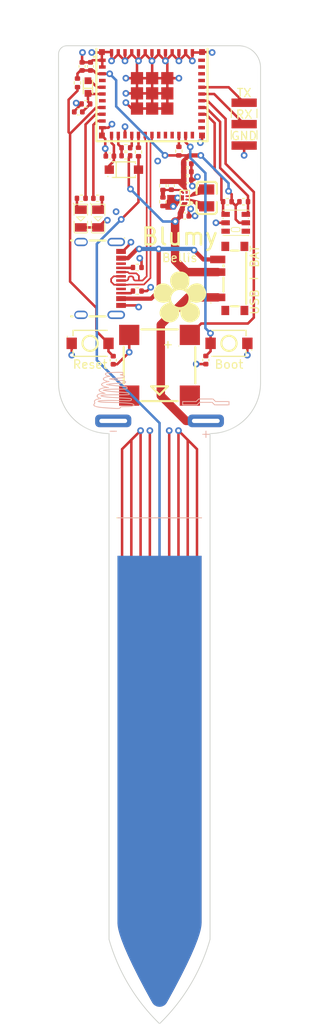
<source format=kicad_pcb>
(kicad_pcb (version 20240108) (generator "pcbnew") (generator_version "8.0")
  (layers (0 "F.Cu" signal) (1 "In1.Cu" signal) (2 "In2.Cu" signal) (31 "B.Cu" signal) (34 "B.Paste" user) (35 "F.Paste" user) (36 "B.SilkS" user "B.Silkscreen") (37 "F.SilkS" user "F.Silkscreen") (38 "B.Mask" user) (39 "F.Mask" user) (44 "Edge.Cuts" user))
  (net 0 "")
  (net 1 "+3V3")
  (net 2 "GND")
  (net 22 "Net-(D1-A)")
  (net 23 "Net-(D3-+)")
  (net 24 "Net-(REF1-L2)")
  (net 25 "Buzzer")
  (net 26 "ADC_Moisture")
  (net 27 "Moisture_SensorCapV")
  (net 28 "PWR_VIN")
  (net 29 "ADC_Light_Sensor")
  (net 30 "Net-(REF1-L1)")
  (net 31 "IO9")
  (net 32 "RX")
  (net 33 "TX")
  (net 34 "TH_SCL")
  (net 35 "ADC_Voltage_Measurement")
  (net 36 "IO8")
  (net 37 "Voltage_Measurement_Select")
  (net 38 "PWR_USB_VIN")
  (net 39 "Moisture_Square_Wave_Signal")
  (net 40 "EN")
  (net 41 "TH_SDA")
  (net 42 "PWR_USB_CC1")
  (net 43 "PWR_USB_CC2")
  (net 44 "LED_Green")
  (net 45 "LED_Red")
  (net 46 "PWR_FB")
  (net 47 "USB_D+")
  (net 48 "USB_D-")
  (net 49 "Light_Sensor_In")
  (net 50 "PWR_BAT_VIN")
  (footprint "Resistor_SMD:R_0402_1005Metric" (layer "F.Cu") (at 178.109999 146.299997)
    (property "Reference" "R10" (hide yes))
    (property "Value" "5k1")
  )
  (footprint "CustomFootprints:MouseBites5mm" (layer "F.Cu") (at 182.149999 163.499997 180)
    (property "Reference" "U11" (hide yes))
    (property "Value" "~")
  )
  (footprint "Resistor_SMD:R_0402_1005Metric" (layer "F.Cu") (at 166.049999 139.899997)
    (property "Reference" "R6" (hide yes))
    (property "Value" "2k")
  )
  (footprint "Resistor_SMD:R_0402_1005Metric" (layer "F.Cu") (at 170.449999 144.399997 -90)
    (property "Reference" "R1" (hide yes))
    (property "Value" "287k")
  )
  (footprint "CustomFootprints:DSBGA-8_L1.8-W1.1-R2-C4-P0.40-BR" (layer "F.Cu") (at 173.049999 145.849997)
    (property "Reference" "REF1" (hide yes))
    (property "Value" "TPS63036YFGR")
  )
  (footprint "CustomFootprints:SW-SMD_L3.9-W3.0-P4.45" (layer "F.Cu") (at 178.299998 163.099994 180)
    (property "Reference" "U7" (hide yes))
    (property "Value" "Tactile-Switch")
  )
  (footprint "Resistor_SMD:R_0402_1005Metric" (layer "F.Cu") (at 162.699999 145.899997)
    (property "Reference" "R13" (hide yes))
    (property "Value" "120")
  )
  (footprint "Capacitor_SMD:C_0402_1005Metric" (layer "F.Cu") (at 160.849999 130.249994 90)
    (property "Reference" "C9" (hide yes))
    (property "Value" "10uF")
  )
  (footprint "CustomFootprints:Flower" (layer "F.Cu") (at 172.449999 157.549997)
    (property "Reference" "Flower1" (hide yes))
    (property "Value" "Flower" (hide yes))
  )
  (footprint "CustomFootprints:MouseBites5mm" (layer "F.Cu") (at 182.149999 135.299997 180)
    (property "Reference" "U10" (hide yes))
    (property "Value" "~")
  )
  (footprint "Resistor_SMD:R_0402_1005Metric" (layer "F.Cu") (at 167.399998 154.099994 180)
    (property "Reference" "R11" (hide yes))
    (property "Value" "5k1")
  )
  (footprint "CustomFootprints:BUZ-SMD_4P-L8.5-W8.5-P8.50-BR" (layer "F.Cu") (at 170.049999 165.699994 180)
    (property "Reference" "BZ1" (hide yes))
    (property "Value" "Buzzer")
  )
  (footprint "Capacitor_SMD:C_0402_1005Metric" (layer "F.Cu") (at 164.149999 140.889994)
    (property "Reference" "C3" (hide yes))
    (property "Value" "10nF")
  )
  (footprint "Capacitor_SMD:C_0402_1005Metric" (layer "F.Cu") (at 173.349999 143.699997)
    (property "Reference" "C6" (hide yes))
    (property "Value" "10uF")
  )
  (footprint "Capacitor_SMD:C_0402_1005Metric" (layer "F.Cu") (at 173.349999 142.749997)
    (property "Reference" "C10" (hide yes))
    (property "Value" "10uF")
  )
  (footprint "MountingHole:MountingHole_3.2mm_M3" (layer "F.Cu") (at 179.449999 130.399997)
    (property "Reference" "H1" (hide yes))
    (property "Value" "MountingHole")
  )
  (footprint "Capacitor_SMD:C_0402_1005Metric" (layer "F.Cu") (at 160.399999 135.649997 180)
    (property "Reference" "C7" (hide yes))
    (property "Value" "10uF")
  )
  (footprint "CustomFootprints:SENSOR-SMD-6_AHT20" (layer "F.Cu") (at 179.099999 148.799997 180)
    (property "Reference" "U3" (hide yes))
    (property "Value" "AHT20")
  )
  (footprint "CustomFootprints:USB-C-SMD_G-SWITCH_GT-USB-7010EN" (layer "F.Cu") (at 163.099998 155.399994 -90)
    (property "Reference" "U1" (hide yes))
    (property "Value" "USB-C")
  )
  (footprint "CustomFootprints:SENSORS-SMD_ALS-PT19" (layer "F.Cu") (at 161.549999 132.699994 -90)
    (property "Reference" "U6" (hide yes))
    (property "Value" "Light sensor")
  )
  (footprint "CustomFootprints:MouseBites5mm" (layer "F.Cu") (at 157.949999 163.499997)
    (property "Reference" "U12" (hide yes))
    (property "Value" "~")
  )
  (footprint "Resistor_SMD:R_0402_1005Metric" (layer "F.Cu") (at 160.749999 145.899997 180)
    (property "Reference" "R14" (hide yes))
    (property "Value" "120")
  )
  (footprint "CustomFootprints:LED0805-R-RD" (layer "F.Cu") (at 160.699999 148.299997 90)
    (property "Reference" "D3" (hide yes))
    (property "Value" "RED")
  )
  (footprint "CustomFootprints:WIFIM-SMD_61P-L16.6-W13.2-P0.80-ESP32-C6-MINI-1-N4" (layer "F.Cu") (at 169.149974 133.499918)
    (property "Reference" "U13" (hide yes))
    (property "Value" "ESP32-C6-MINI-1-N4")
  )
  (footprint "Resistor_SMD:R_0402_1005Metric" (layer "F.Cu") (at 170.451151 146.299997 -90)
    (property "Reference" "R15" (hide yes))
    (property "Value" "51.1k")
  )
  (footprint "MountingHole:MountingHole_3.2mm_M3" (layer "F.Cu") (at 179.449999 168.499994)
    (property "Reference" "H3" (hide yes))
    (property "Value" "MountingHole")
  )
  (footprint "CustomFootprints:MouseBites5mm" (layer "F.Cu") (at 157.949999 135.299994)
    (property "Reference" "U2" (hide yes))
    (property "Value" "~")
  )
  (footprint "CustomFootprints:SW-SMD_L3.9-W3.0-P4.45" (layer "F.Cu") (at 161.799998 163.099994)
    (property "Reference" "U4" (hide yes))
    (property "Value" "Tactile-Switch")
  )
  (footprint "Capacitor_SMD:C_0402_1005Metric" (layer "F.Cu") (at 173.049999 147.999972)
    (property "Reference" "C1" (hide yes))
    (property "Value" "10uF")
  )
  (footprint "CustomFootprints:SW-SMD_MK-12C02-G025" (layer "F.Cu") (at 178.549999 155.399997 90)
    (property "Reference" "U8" (hide yes))
    (property "Value" "Slide-Switch")
  )
  (footprint "Capacitor_SMD:C_0402_1005Metric" (layer "F.Cu") (at 173.349999 141.799997)
    (property "Reference" "C12" (hide yes))
    (property "Value" "10uF")
  )
  (footprint "CustomFootprints:L0806" (layer "F.Cu") (at 175.649999 145.849997 -90)
    (property "Reference" "L1" (hide yes))
    (property "Value" "1.5uH")
  )
  (footprint "Resistor_SMD:R_0402_1005Metric" (layer "F.Cu") (at 166.049999 140.849997 180)
    (property "Reference" "R4" (hide yes))
    (property "Value" "5k1")
  )
  (footprint "MountingHole:MountingHole_3.2mm_M3" (layer "F.Cu") (at 160.649999 168.499994)
    (property "Reference" "H2" (hide yes))
    (property "Value" "MountingHole")
  )
  (footprint "Resistor_SMD:R_0402_1005Metric" (layer "F.Cu") (at 161.299999 134.699997 180)
    (property "Reference" "R3" (hide yes))
    (property "Value" "100k")
  )
  (footprint "CustomFootprints:LED0805-R-RD" (layer "F.Cu") (at 162.749999 148.299997 90)
    (property "Reference" "D1" (hide yes))
    (property "Value" "GREEN")
  )
  (footprint "Resistor_SMD:R_0402_1005Metric" (layer "F.Cu") (at 160.299998 132.199994 -90)
    (property "Reference" "R9" (hide yes))
    (property "Value" "10k")
  )
  (footprint "Capacitor_SMD:C_0402_1005Metric" (layer "F.Cu") (at 161.849999 130.249994 90)
    (property "Reference" "C8" (hide yes))
    (property "Value" "10nF")
  )
  (footprint "Resistor_SMD:R_0402_1005Metric" (layer "F.Cu") (at 167.399998 156.899994 180)
    (property "Reference" "R12" (hide yes))
    (property "Value" "5k1")
  )
  (footprint "Resistor_SMD:R_0402_1005Metric" (layer "F.Cu") (at 172.349999 140.299997 -90)
    (property "Reference" "R5" (hide yes))
    (property "Value" "10k")
  )
  (footprint "Capacitor_SMD:C_0402_1005Metric" (layer "F.Cu") (at 171.449999 144.399997 -90)
    (property "Reference" "C2" (hide yes))
    (property "Value" "10pF")
  )
  (footprint "Resistor_SMD:R_0402_1005Metric" (layer "F.Cu") (at 167.549999 140.399994 90)
    (property "Reference" "R8" (hide yes))
    (property "Value" "10k")
  )
  (footprint "Resistor_SMD:R_0402_1005Metric" (layer "F.Cu") (at 180.049999 146.299997 180)
    (property "Reference" "R2" (hide yes))
    (property "Value" "5k1")
  )
  (footprint "Capacitor_SMD:C_0402_1005Metric" (layer "F.Cu") (at 164.549999 165.099997 -90)
    (property "Reference" "C11" (hide yes))
    (property "Value" "100nF-Ceramic")
  )
  (footprint "CustomFootprints:PinHeader_1x03_P2.54mm_Vertical_SMD" (layer "F.Cu") (at 180.099999 137.099997)
    (property "Reference" "J1" (hide yes))
    (property "Value" "Conn_01x03")
  )
  (footprint "Capacitor_SMD:C_0402_1005Metric" (layer "F.Cu") (at 175.549999 165.079997 -90)
    (property "Reference" "C5" (hide yes))
    (property "Value" "100nF-Ceramic")
  )
  (footprint "CustomFootprints:SOD-123F_L2.7-W1.6-LS3.8-RD" (layer "F.Cu") (at 165.815049 142.499997)
    (property "Reference" "D2" (hide yes))
    (property "Value" "Switching-Diode")
  )
  (footprint "CustomFootprints:Sensor-Tip" (layer "B.Cu") (at 170.049999 188.799997 180)
    (property "Reference" "C4" (hide yes))
    (property "Value" "7pF-27pF, A=2.75cm^2")
    (fp_line (start 6 15) (end 6 -45) (stroke (width 0.1)) (layer "Edge.Cuts"))
    (fp_line (start -6 -45) (end -6 15) (stroke (width 0.1)) (layer "Edge.Cuts"))
    (fp_arc (start 0 -55) (mid 3.658262 -50.394957) (end 6 -45) (stroke (width 0.1)) (layer "Edge.Cuts"))
    (fp_arc (start -6 -45) (mid -3.658262 -50.394957) (end 0 -55) (stroke (width 0.1)) (layer "Edge.Cuts"))
  )
  (footprint "CustomFootprints:AAA Battery-spring" (layer "B.Cu") (at 170.049999 172.299997 180)
    (property "Reference" "U9" (hide yes))
    (property "Value" "Battery-Spring")
  )
  (gr_line (start 158.049999 167.799997) (end 158.049999 128.799997) (stroke (width 0.1)) (layer "Edge.Cuts"))
  (gr_line (start 182.049999 130.399997) (end 182.049999 167.799997) (stroke (width 0.1)) (layer "Edge.Cuts"))
  (gr_arc (start 182.049999 167.799997) (mid 180.29264 172.042638) (end 176.049999 173.799997) (stroke (width 0.1)) (layer "Edge.Cuts"))
  (gr_line (start 159.049999 127.799997) (end 179.449999 127.799997) (stroke (width 0.1)) (layer "Edge.Cuts"))
  (gr_arc (start 158.049999 128.799997) (mid 158.342892 128.09289) (end 159.049999 127.799997) (stroke (width 0.1)) (layer "Edge.Cuts"))
  (gr_arc (start 164.049999 173.799997) (mid 159.807358 172.042638) (end 158.049999 167.799997) (stroke (width 0.1)) (layer "Edge.Cuts"))
  (gr_arc (start 179.449999 127.799997) (mid 181.288477 128.561519) (end 182.049999 130.399997) (stroke (width 0.1)) (layer "Edge.Cuts"))
  (gr_text "Reset" (at 161.799998 165.599994 0) (layer "F.SilkS") (effects (font (size 1 1))))
  (gr_text "Bellis" (at 172.449999 152.949997 0) (layer "F.SilkS") (effects (font (size 1 1))))
  (gr_text "TX" (at 180.099999 133.409997 0) (layer "F.SilkS") (effects (font (size 1 1))))
  (gr_text "GND" (at 180.099999 138.509997 0) (layer "F.SilkS") (effects (font (size 1 1))))
  (gr_text "RX" (at 180.099999 135.959997 0) (layer "F.SilkS") (effects (font (size 1 1))))
  (gr_text "Boot" (at 178.299998 165.599994 0) (layer "F.SilkS") (effects (font (size 1 1))))
  (gr_text "Blumy" (at 172.449999 150.449997 0) (layer "F.SilkS") (effects (font (size 2 2) (thickness 0.3) (bold yes))))
  (gr_text "USB 〡 BAT" (at 181.349999 155.599997 90) (layer "F.SilkS") (effects (font (size 1 1))))
  (segment (start 179.539999 146.339997) (end 179.099999 146.779997) (width 0.3) (layer "F.Cu") (net 1))
  (segment (start 173.849999 140.809994) (end 172.299996 140.809994) (width 0.3) (layer "F.Cu") (net 1))
  (segment (start 162.570037 131.125013) (end 163.249898 131.125013) (width 0.3) (layer "F.Cu") (net 1))
  (segment (start 173.550003 140.809994) (end 172.869999 141.489998) (width 0.5) (layer "F.Cu") (net 1))
  (segment (start 161.849999 130.729994) (end 162.175018 130.729994) (width 0.3) (layer "F.Cu") (net 1))
  (segment (start 178.619999 145.419997) (end 178.619999 146.299997) (width 0.3) (layer "F.Cu") (net 1))
  (segment (start 179.499897 148.799997) (end 179.099999 148.400099) (width 0.3) (layer "F.Cu") (net 1))
  (segment (start 160.669998 130.729994) (end 160.849999 130.729994) (width 0.3) (layer "F.Cu") (net 1))
  (segment (start 170.699999 140.799997) (end 170.709999 140.809997) (width 0.3) (layer "F.Cu") (net 1))
  (segment (start 173.849999 140.809994) (end 173.550003 140.809994) (width 0.5) (layer "F.Cu") (net 1))
  (segment (start 170.709999 140.809997) (end 172.349999 140.809997) (width 0.3) (layer "F.Cu") (net 1))
  (segment (start 179.099999 146.779997) (end 178.619999 146.299997) (width 0.3) (layer "F.Cu") (net 1))
  (segment (start 160.299998 131.689994) (end 160.299998 131.099994) (width 0.3) (layer "F.Cu") (net 1))
  (segment (start 179.099999 148.400099) (end 179.099999 146.779997) (width 0.3) (layer "F.Cu") (net 1))
  (segment (start 162.175018 130.729994) (end 162.570037 131.125013) (width 0.3) (layer "F.Cu") (net 1))
  (segment (start 164.125017 131.125013) (end 163.249898 131.125013) (width 0.3) (layer "F.Cu") (net 1))
  (segment (start 180.299897 148.799997) (end 179.499897 148.799997) (width 0.3) (layer "F.Cu") (net 1))
  (segment (start 172.869999 141.489998) (end 172.869999 141.799997) (width 0.5) (layer "F.Cu") (net 1))
  (segment (start 179.539999 146.299997) (end 179.539999 146.339997) (width 0.3) (layer "F.Cu") (net 1))
  (segment (start 174.949999 140.809994) (end 173.849999 140.809994) (width 0.5) (layer "F.Cu") (net 1))
  (segment (start 160.849999 130.729994) (end 161.849999 130.729994) (width 0.3) (layer "F.Cu") (net 1))
  (segment (start 178.249999 145.049997) (end 178.619999 145.419997) (width 0.3) (layer "F.Cu") (net 1))
  (segment (start 160.299998 131.099994) (end 160.669998 130.729994) (width 0.3) (layer "F.Cu") (net 1))
  (via (at 170.699999 140.799997) (size 0.8) (drill 0.4) (layers "F.Cu" "B.Cu") (net 1))
  (via (at 178.249999 145.049997) (size 0.8) (drill 0.4) (layers "F.Cu" "B.Cu") (net 1))
  (via (at 164.125017 131.125013) (size 0.8) (drill 0.4) (layers "F.Cu" "B.Cu") (net 1))
  (via (at 174.949999 140.809994) (size 0.8) (drill 0.4) (layers "F.Cu" "B.Cu") (net 1))
  (segment (start 170.699999 140.799997) (end 164.899999 134.999997) (width 0.3) (layer "B.Cu") (net 1))
  (segment (start 164.899999 131.899995) (end 164.125017 131.125013) (width 0.3) (layer "B.Cu") (net 1))
  (segment (start 164.899999 134.999997) (end 164.899999 131.899995) (width 0.3) (layer "B.Cu") (net 1))
  (segment (start 178.249999 144.109994) (end 174.949999 140.809994) (width 0.3) (layer "B.Cu") (net 1))
  (segment (start 178.249999 145.049997) (end 178.249999 144.109994) (width 0.3) (layer "B.Cu") (net 1))
  (segment (start 173.949999 144.449997) (end 173.829999 144.329997) (width 0.3) (layer "F.Cu") (net 2))
  (segment (start 169.150076 128.599994) (end 169.150076 129.599994) (width 0.3) (layer "F.Cu") (net 2))
  (segment (start 174.549999 143.349997) (end 174.199999 143.699997) (width 0.3) (layer "F.Cu") (net 2))
  (segment (start 173.399998 174.549997) (end 174.499998 175.649997) (width 0.3) (layer "F.Cu") (net 2))
  (segment (start 168.899998 173.449997) (end 168.899998 188.799997) (width 0.3) (layer "F.Cu") (net 2))
  (segment (start 165.150076 128.599994) (end 165.150076 128.800147) (width 0.3) (layer "F.Cu") (net 2))
  (segment (start 163.19986 128.549956) (end 164.299936 128.549956) (width 0.3) (layer "F.Cu") (net 2))
  (segment (start 164.349974 128.599994) (end 164.349974 129.599994) (width 0.3) (layer "F.Cu") (net 2))
  (segment (start 173.150076 128.599994) (end 173.150076 128.800147) (width 0.3) (layer "F.Cu") (net 2))
  (segment (start 174.199999 143.699997) (end 173.829999 143.699997) (width 0.3) (layer "F.Cu") (net 2))
  (segment (start 173.529999 147.999972) (end 174.252273 147.999972) (width 0.3) (layer "F.Cu") (net 2))
  (segment (start 176.24996 128.549956) (end 176.299998 128.599994) (width 0.3) (layer "F.Cu") (net 2))
  (segment (start 168.999999 156.449997) (end 168.550002 156.899994) (width 0.3) (layer "F.Cu") (net 2))
  (segment (start 168.349974 128.799892) (end 169.150076 129.599994) (width 0.3) (layer "F.Cu") (net 2))
  (segment (start 164.399999 137.099997) (end 163.974932 137.525064) (width 0.3) (layer "F.Cu") (net 2))
  (segment (start 167.570212 158.795134) (end 167.37497 158.599892) (width 0.3) (layer "F.Cu") (net 2))
  (segment (start 169.174968 135.249727) (end 167.374866 135.249727) (width 0.3) (layer "F.Cu") (net 2))
  (segment (start 168.349974 128.799892) (end 167.549872 129.599994) (width 0.3) (layer "F.Cu") (net 2))
  (segment (start 160.699999 149.350289) (end 162.749999 149.350289) (width 0.3) (layer "F.Cu") (net 2))
  (segment (start 162.095183 129.52481) (end 161.849999 129.769994) (width 0.3) (layer "F.Cu") (net 2))
  (segment (start 166.750025 128.599994) (end 166.750025 128.800147) (width 0.3) (layer "F.Cu") (net 2))
  (segment (start 163.249898 137.525064) (end 163.249898 138.399842) (width 0.3) (layer "F.Cu") (net 2))
  (segment (start 166.750343 135.249727) (end 167.374866 135.249727) (width 0.3) (layer "F.Cu") (net 2))
  (segment (start 163.669999 140.069995) (end 163.599998 139.999994) (width 0.3) (layer "F.Cu") (net 2))
  (segment (start 163.600291 148.499997) (end 162.749999 149.350289) (width 0.3) (layer "F.Cu") (net 2))
  (segment (start 160.789999 134.699997) (end 159.919999 135.569997) (width 0.3) (layer "F.Cu") (net 2))
  (segment (start 165.150076 128.800147) (end 165.949923 129.599994) (width 0.3) (layer "F.Cu") (net 2))
  (segment (start 163.149822 128.599994) (end 163.19986 128.549956) (width 0.3) (layer "F.Cu") (net 2))
  (segment (start 170.974815 131.649778) (end 170.974815 129.824784) (width 0.3) (layer "F.Cu") (net 2))
  (segment (start 166.402513 151.473456) (end 165.675873 152.200096) (width 0.3) (layer "F.Cu") (net 2))
  (segment (start 171.549872 128.599994) (end 171.549872 128.800147) (width 0.3) (layer "F.Cu") (net 2))
  (segment (start 165.675873 152.200096) (end 165.47757 152.200096) (width 0.3) (layer "F.Cu") (net 2))
  (segment (start 173.829999 144.329997) (end 173.829999 141.799997) (width 0.3) (layer "F.Cu") (net 2))
  (segment (start 167.374866 131.649778) (end 167.374866 129.775) (width 0.3) (layer "F.Cu") (net 2))
  (segment (start 168.550002 156.899994) (end 167.909998 156.899994) (width 0.3) (layer "F.Cu") (net 2))
  (segment (start 175.05 128.599994) (end 175.100038 128.549956) (width 0.3) (layer "F.Cu") (net 2))
  (segment (start 163.249898 129.52481) (end 162.095183 129.52481) (width 0.3) (layer "F.Cu") (net 2))
  (segment (start 163.19986 128.549956) (end 163.19986 129.474772) (width 0.3) (layer "F.Cu") (net 2))
  (segment (start 159.422413 162.907321) (end 159.615086 163.099994) (width 0.3) (layer "F.Cu") (net 2))
  (segment (start 165.949923 137.399921) (end 165.949923 138.399842) (width 0.3) (layer "F.Cu") (net 2))
  (segment (start 171.199998 173.449997) (end 171.199998 188.799997) (width 0.3) (layer "F.Cu") (net 2))
  (segment (start 172.349974 128.599994) (end 172.349974 129.599994) (width 0.3) (layer "F.Cu") (net 2))
  (segment (start 167.799998 173.449997) (end 167.799998 188.799997) (width 0.3) (layer "F.Cu") (net 2))
  (segment (start 167.374866 131.649778) (end 169.174968 131.649778) (width 0.3) (layer "F.Cu") (net 2))
  (segment (start 173.399998 174.549997) (end 173.399998 188.799997) (width 0.3) (layer "F.Cu") (net 2))
  (segment (start 166.450177 164.149815) (end 166.450177 162.100045) (width 0.3) (layer "F.Cu") (net 2))
  (segment (start 160.789999 134.699997) (end 160.249999 134.699997) (width 0.3) (layer "F.Cu") (net 2))
  (segment (start 171.549872 128.599994) (end 171.549872 128.799892) (width 0.3) (layer "F.Cu") (net 2))
  (segment (start 166.402513 151.350217) (end 166.402513 151.473456) (width 0.3) (layer "F.Cu") (net 2))
  (segment (start 170.974815 133.44988) (end 170.974815 135.249727) (width 0.3) (layer "F.Cu") (net 2))
  (segment (start 166.049999 134.549383) (end 166.750343 135.249727) (width 0.3) (layer "F.Cu") (net 2))
  (segment (start 173.150076 128.800147) (end 173.949923 129.599994) (width 0.3) (layer "F.Cu") (net 2))
  (segment (start 163.599998 139.999994) (end 163.599998 138.850018) (width 0.3) (layer "F.Cu") (net 2))
  (segment (start 180.48491 164.499997) (end 180.48491 163.099994) (width 0.3) (layer "F.Cu") (net 2))
  (segment (start 173.749999 147.149997) (end 173.529999 147.369997) (width 0.3) (layer "F.Cu") (net 2))
  (segment (start 159.615086 164.499997) (end 159.615086 163.099994) (width 0.3) (layer "F.Cu") (net 2))
  (segment (start 167.37497 158.599892) (end 165.47757 158.599892) (width 0.3) (layer "F.Cu") (net 2))
  (segment (start 163.249898 129.52481) (end 163.249898 130.324912) (width 0.3) (layer "F.Cu") (net 2))
  (segment (start 166.049999 131.649778) (end 167.374866 131.649778) (width 0.3) (layer "F.Cu") (net 2))
  (segment (start 169.174968 133.44988) (end 170.974815 133.44988) (width 0.3) (layer "F.Cu") (net 2))
  (segment (start 167.374866 133.44988) (end 167.374866 131.649778) (width 0.3) (layer "F.Cu") (net 2))
  (segment (start 174.899998 139.299994) (end 175.100038 139.099954) (width 0.3) (layer "F.Cu") (net 2))
  (segment (start 170.974815 131.649778) (end 170.974815 133.44988) (width 0.3) (layer "F.Cu") (net 2))
  (segment (start 175.100038 128.549956) (end 176.24996 128.549956) (width 0.3) (layer "F.Cu") (net 2))
  (segment (start 163.19986 129.474772) (end 163.249898 129.52481) (width 0.3) (layer "F.Cu") (net 2))
  (segment (start 170.974815 129.824784) (end 170.750025 129.599994) (width 0.3) (layer "F.Cu") (net 2))
  (segment (start 173.949923 128.599994) (end 173.949923 129.599994) (width 0.3) (layer "F.Cu") (net 2))
  (segment (start 163.599998 138.850018) (end 163.19986 138.44988) (width 0.3) (layer "F.Cu") (net 2))
  (segment (start 167.549872 128.599994) (end 167.549872 129.599994) (width 0.3) (layer "F.Cu") (net 2))
  (segment (start 173.150076 128.599994) (end 173.150076 128.799892) (width 0.3) (layer "F.Cu") (net 2))
  (segment (start 175.100038 139.099954) (end 175.100038 138.44988) (width 0.3) (layer "F.Cu") (net 2))
  (segment (start 167.909998 153.209994) (end 167.909998 154.099994) (width 0.3) (layer "F.Cu") (net 2))
  (segment (start 165.150076 128.599994) (end 165.150076 128.799892) (width 0.3) (layer "F.Cu") (net 2))
  (segment (start 173.529999 147.369997) (end 173.529999 147.999972) (width 0.3) (layer "F.Cu") (net 2))
  (segment (start 160.849999 129.769994) (end 160.849999 128.649993) (width 0.3) (layer "F.Cu") (net 2))
  (segment (start 166.750025 128.799892) (end 165.949923 129.599994) (width 0.3) (layer "F.Cu") (net 2))
  (segment (start 160.849999 128.649993) (end 160.899998 128.599994) (width 0.3) (layer "F.Cu") (net 2))
  (segment (start 169.949923 128.599994) (end 169.949923 128.800147) (width 0.3) (layer "F.Cu") (net 2))
  (segment (start 180.099999 140.799997) (end 180.099999 139.639997) (width 0.3) (layer "F.Cu") (net 2))
  (segment (start 167.374866 133.44988) (end 169.174968 133.44988) (width 0.3) (layer "F.Cu") (net 2))
  (segment (start 169.949923 128.800147) (end 169.150076 129.599994) (width 0.3) (layer "F.Cu") (net 2))
  (segment (start 177.900101 148.799997) (end 176.749999 148.799997) (width 0.3) (layer "F.Cu") (net 2))
  (segment (start 172.299998 173.449997) (end 173.399998 174.549997) (width 0.3) (layer "F.Cu") (net 2))
  (segment (start 166.750025 128.599994) (end 166.750025 128.799892) (width 0.3) (layer "F.Cu") (net 2))
  (segment (start 169.174968 131.649778) (end 169.174968 129.624886) (width 0.3) (layer "F.Cu") (net 2))
  (segment (start 167.699998 152.999994) (end 167.909998 153.209994) (width 0.3) (layer "F.Cu") (net 2))
  (segment (start 169.174968 129.624886) (end 169.150076 129.599994) (width 0.3) (layer "F.Cu") (net 2))
  (segment (start 171.549872 128.800147) (end 170.750025 129.599994) (width 0.3) (layer "F.Cu") (net 2))
  (segment (start 166.049999 133.44988) (end 167.374866 133.44988) (width 0.3) (layer "F.Cu") (net 2))
  (segment (start 167.374866 129.775) (end 167.549872 129.599994) (width 0.3) (layer "F.Cu") (net 2))
  (segment (start 159.919999 135.569997) (end 159.919999 135.649997) (width 0.3) (layer "F.Cu") (net 2))
  (segment (start 163.974932 137.525064) (end 163.249898 137.525064) (width 0.3) (layer "F.Cu") (net 2))
  (segment (start 173.949923 128.599994) (end 175.05 128.599994) (width 0.3) (layer "F.Cu") (net 2))
  (segment (start 169.174968 131.649778) (end 169.174968 133.44988) (width 0.3) (layer "F.Cu") (net 2))
  (segment (start 166.699998 174.549997) (end 165.599998 175.649997) (width 0.3) (layer "F.Cu") (net 2))
  (segment (start 164.549999 165.579997) (end 165.019995 165.579997) (width 0.3) (layer "F.Cu") (net 2))
  (segment (start 170.451151 146.809997) (end 171.636468 146.809997) (width 0.5) (layer "F.Cu") (net 2))
  (segment (start 163.669999 140.889994) (end 163.669999 140.069995) (width 0.3) (layer "F.Cu") (net 2))
  (segment (start 170.974815 131.649778) (end 172.349999 131.649778) (width 0.3) (layer "F.Cu") (net 2))
  (segment (start 169.949923 128.599994) (end 169.949923 128.799892) (width 0.3) (layer "F.Cu") (net 2))
  (segment (start 169.174968 133.44988) (end 169.174968 135.249727) (width 0.3) (layer "F.Cu") (net 2))
  (segment (start 170.750025 128.599994) (end 170.750025 129.599994) (width 0.3) (layer "F.Cu") (net 2))
  (segment (start 167.374866 135.249727) (end 167.374866 133.44988) (width 0.3) (layer "F.Cu") (net 2))
  (segment (start 171.549872 128.799892) (end 172.349974 129.599994) (width 0.3) (layer "F.Cu") (net 2))
  (segment (start 166.699998 174.549997) (end 166.699998 188.799997) (width 0.3) (layer "F.Cu") (net 2))
  (segment (start 164.299936 128.549956) (end 164.349974 128.599994) (width 0.3) (layer "F.Cu") (net 2))
  (segment (start 163.249898 138.399842) (end 163.19986 138.44988) (width 0.3) (layer "F.Cu") (net 2))
  (segment (start 160.249999 134.699997) (end 160.149999 134.599997) (width 0.3) (layer "F.Cu") (net 2))
  (segment (start 173.150076 128.799892) (end 172.349974 129.599994) (width 0.3) (layer "F.Cu") (net 2))
  (segment (start 168.349974 128.599994) (end 168.349974 128.799892) (width 0.3) (layer "F.Cu") (net 2))
  (segment (start 165.949923 128.599994) (end 165.949923 129.599994) (width 0.3) (layer "F.Cu") (net 2))
  (segment (start 163.849999 148.499997) (end 163.600291 148.499997) (width 0.3) (layer "F.Cu") (net 2))
  (segment (start 171.636468 146.809997) (end 171.680467 146.853996) (width 0.5) (layer "F.Cu") (net 2))
  (segment (start 165.150076 128.799892) (end 164.349974 129.599994) (width 0.3) (layer "F.Cu") (net 2))
  (segment (start 161.849999 129.769994) (end 160.849999 129.769994) (width 0.3) (layer "F.Cu") (net 2))
  (segment (start 165.599998 175.649997) (end 165.599998 188.799997) (width 0.3) (layer "F.Cu") (net 2))
  (segment (start 174.499998 175.649997) (end 174.499998 188.799997) (width 0.3) (layer "F.Cu") (net 2))
  (segment (start 170.974815 131.649778) (end 169.174968 131.649778) (width 0.3) (layer "F.Cu") (net 2))
  (segment (start 170.974815 135.249727) (end 169.174968 135.249727) (width 0.3) (layer "F.Cu") (net 2))
  (segment (start 166.750025 128.800147) (end 167.549872 129.599994) (width 0.3) (layer "F.Cu") (net 2))
  (segment (start 169.949923 128.799892) (end 170.750025 129.599994) (width 0.3) (layer "F.Cu") (net 2))
  (segment (start 165.019995 165.579997) (end 166.450177 164.149815) (width 0.3) (layer "F.Cu") (net 2))
  (segment (start 174.252273 147.999972) (end 174.271803 147.980442) (width 0.3) (layer "F.Cu") (net 2))
  (segment (start 166.699998 174.549997) (end 167.799998 173.449997) (width 0.3) (layer "F.Cu") (net 2))
  (segment (start 161.999998 128.599994) (end 163.149822 128.599994) (width 0.3) (layer "F.Cu") (net 2))
  (segment (start 172.299998 173.449997) (end 172.299998 188.799997) (width 0.3) (layer "F.Cu") (net 2))
  (segment (start 166.651831 151.100899) (end 166.402513 151.350217) (width 0.3) (layer "F.Cu") (net 2))
  (segment (start 174.409999 165.559997) (end 175.549999 165.559997) (width 0.3) (layer "F.Cu") (net 2))
  (via (at 180.099999 140.799997) (size 0.8) (drill 0.4) (layers "F.Cu" "B.Cu") (net 2))
  (via (at 171.680467 146.853996) (size 0.8) (drill 0.4) (layers "F.Cu" "B.Cu") (net 2))
  (via (at 176.299998 128.599994) (size 0.8) (drill 0.4) (layers "F.Cu" "B.Cu") (net 2))
  (via (at 164.890105 147.485155) (size 0.8) (drill 0.4) (layers "F.Cu" "B.Cu") (net 2))
  (via (at 164.349974 129.599994) (size 0.8) (drill 0.4) (layers "F.Cu" "B.Cu") (net 2))
  (via (at 172.200024 145.849972) (size 0.8) (drill 0.4) (layers "F.Cu" "B.Cu") (net 2))
  (via (at 165.949923 129.599994) (size 0.8) (drill 0.4) (layers "F.Cu" "B.Cu") (net 2))
  (via (at 174.409999 165.559997) (size 0.8) (drill 0.4) (layers "F.Cu" "B.Cu") (net 2))
  (via (at 169.150076 129.599994) (size 0.8) (drill 0.4) (layers "F.Cu" "B.Cu") (net 2))
  (via (at 172.349999 131.649778) (size 0.8) (drill 0.4) (layers "F.Cu" "B.Cu") (net 2))
  (via (at 167.570212 158.795134) (size 0.8) (drill 0.4) (layers "F.Cu" "B.Cu") (net 2))
  (via (at 167.699998 152.999994) (size 0.8) (drill 0.4) (layers "F.Cu" "B.Cu") (net 2))
  (via (at 180.48491 164.499997) (size 0.8) (drill 0.4) (layers "F.Cu" "B.Cu") (net 2))
  (via (at 170.750025 129.599994) (size 0.8) (drill 0.4) (layers "F.Cu" "B.Cu") (net 2))
  (via (at 160.149999 134.599997) (size 0.8) (drill 0.4) (layers "F.Cu" "B.Cu") (net 2))
  (via (at 163.599998 139.999994) (size 0.8) (drill 0.4) (layers "F.Cu" "B.Cu") (net 2))
  (via (at 173.749999 147.149997) (size 0.8) (drill 0.4) (layers "F.Cu" "B.Cu") (net 2))
  (via (at 168.899998 173.449997) (size 0.8) (drill 0.4) (layers "F.Cu" "B.Cu") (net 2))
  (via (at 174.899998 139.299994) (size 0.8) (drill 0.4) (layers "F.Cu" "B.Cu") (net 2))
  (via (at 171.199998 173.449997) (size 0.8) (drill 0.4) (layers "F.Cu" "B.Cu") (net 2))
  (via (at 173.949923 129.599994) (size 0.8) (drill 0.4) (layers "F.Cu" "B.Cu") (net 2))
  (via (at 166.450177 164.149815) (size 0.8) (drill 0.4) (layers "F.Cu" "B.Cu") (net 2))
  (via (at 173.949999 144.449997) (size 0.8) (drill 0.4) (layers "F.Cu" "B.Cu") (net 2))
  (via (at 174.271803 147.980442) (size 0.8) (drill 0.4) (layers "F.Cu" "B.Cu") (net 2))
  (via (at 159.615086 164.499997) (size 0.8) (drill 0.4) (layers "F.Cu" "B.Cu") (net 2))
  (via (at 169.832104 141.475026) (size 0.8) (drill 0.4) (layers "F.Cu" "B.Cu") (net 2))
  (via (at 176.749999 148.799997) (size 0.8) (drill 0.4) (layers "F.Cu" "B.Cu") (net 2))
  (via (at 166.049999 131.649778) (size 0.8) (drill 0.4) (layers "F.Cu" "B.Cu") (net 2))
  (via (at 172.299998 173.449997) (size 0.8) (drill 0.4) (layers "F.Cu" "B.Cu") (net 2))
  (via (at 163.849999 148.499997) (size 0.8) (drill 0.4) (layers "F.Cu" "B.Cu") (net 2))
  (via (at 168.999999 156.449997) (size 0.8) (drill 0.4) (layers "F.Cu" "B.Cu") (net 2))
  (via (at 166.651831 151.100899) (size 0.8) (drill 0.4) (layers "F.Cu" "B.Cu") (net 2))
  (via (at 166.049999 134.549383) (size 0.8) (drill 0.4) (layers "F.Cu" "B.Cu") (net 2))
  (via (at 174.549999 143.349997) (size 0.8) (drill 0.4) (layers "F.Cu" "B.Cu") (net 2))
  (via (at 161.999998 128.599994) (size 0.8) (drill 0.4) (layers "F.Cu" "B.Cu") (net 2))
  (via (at 160.899998 128.599994) (size 0.8) (drill 0.4) (layers "F.Cu" "B.Cu") (net 2))
  (via (at 167.549872 129.599994) (size 0.8) (drill 0.4) (layers "F.Cu" "B.Cu") (net 2))
  (via (at 167.799998 173.449997) (size 0.8) (drill 0.4) (layers "F.Cu" "B.Cu") (net 2))
  (via (at 164.399999 137.099997) (size 0.8) (drill 0.4) (layers "F.Cu" "B.Cu") (net 2))
  (via (at 172.349974 129.599994) (size 0.8) (drill 0.4) (layers "F.Cu" "B.Cu") (net 2))
  (via (at 165.949923 137.399921) (size 0.8) (drill 0.4) (layers "F.Cu" "B.Cu") (net 2))
  (via (at 166.049999 133.44988) (size 0.8) (drill 0.4) (layers "F.Cu" "B.Cu") (net 2))
  (segment (start 163.209999 145.899997) (end 163.209999 146.789705) (width 0.3) (layer "F.Cu") (net 22))
  (segment (start 163.209999 146.789705) (end 162.749999 147.249705) (width 0.3) (layer "F.Cu") (net 22))
  (segment (start 160.239999 145.899997) (end 160.239999 146.789705) (width 0.3) (layer "F.Cu") (net 23))
  (segment (start 160.239999 146.789705) (end 160.699999 147.249705) (width 0.3) (layer "F.Cu") (net 23))
  (segment (start 181.249999 160.049997) (end 181.249999 145.149997) (width 0.3) (layer "F.Cu") (net 25))
  (segment (start 174.999869 160.749997) (end 180.549999 160.749997) (width 0.3) (layer "F.Cu") (net 25))
  (segment (start 181.249999 145.149997) (end 177.899999 141.799997) (width 0.3) (layer "F.Cu") (net 25))
  (segment (start 180.549999 160.749997) (end 181.249999 160.049997) (width 0.3) (layer "F.Cu") (net 25))
  (segment (start 177.899999 141.799997) (end 177.899999 136.474912) (width 0.3) (layer "F.Cu") (net 25))
  (segment (start 177.899999 136.474912) (end 175.749999 134.324912) (width 0.3) (layer "F.Cu") (net 25))
  (segment (start 175.749999 134.324912) (end 175.049999 134.324912) (width 0.3) (layer "F.Cu") (net 25))
  (segment (start 173.649821 162.100045) (end 174.999869 160.749997) (width 0.3) (layer "F.Cu") (net 25))
  (segment (start 164.629999 140.889994) (end 164.629999 141.469993) (width 0.3) (layer "F.Cu") (net 26))
  (segment (start 164.629999 139.609868) (end 164.349974 139.329843) (width 0.3) (layer "F.Cu") (net 26))
  (segment (start 164.629999 140.889994) (end 164.629999 139.609868) (width 0.3) (layer "F.Cu") (net 26))
  (segment (start 164.080099 142.019893) (end 164.080099 142.499997) (width 0.3) (layer "F.Cu") (net 26))
  (segment (start 164.629999 141.469993) (end 164.080099 142.019893) (width 0.3) (layer "F.Cu") (net 26))
  (segment (start 164.349974 139.329843) (end 164.349974 138.399842) (width 0.3) (layer "F.Cu") (net 26))
  (segment (start 165.499999 148.399997) (end 167.549999 146.349997) (width 0.3) (layer "F.Cu") (net 27))
  (segment (start 167.549999 146.349997) (end 167.549999 140.909994) (width 0.3) (layer "F.Cu") (net 27))
  (via (at 165.499999 148.399997) (size 0.8) (drill 0.4) (layers "F.Cu" "B.Cu") (net 27))
  (segment (start 162.599998 165.099994) (end 170.049999 172.549995) (width 0.3) (layer "B.Cu") (net 27))
  (segment (start 170.049999 172.549995) (end 170.049999 188.799997) (width 0.3) (layer "B.Cu") (net 27))
  (segment (start 162.599998 151.299998) (end 162.599998 165.099994) (width 0.3) (layer "B.Cu") (net 27))
  (segment (start 165.499999 148.399997) (end 162.599998 151.299998) (width 0.3) (layer "B.Cu") (net 27))
  (segment (start 171.919974 148.649997) (end 171.899999 148.669972) (width 1) (layer "F.Cu") (net 28))
  (segment (start 166.399999 141.009997) (end 166.559999 140.849997) (width 0.3) (layer "F.Cu") (net 28))
  (segment (start 166.599999 144.799997) (end 166.399999 144.599997) (width 0.3) (layer "F.Cu") (net 28))
  (segment (start 176.966557 154.650058) (end 176.96656 154.650061) (width 1) (layer "F.Cu") (net 28))
  (segment (start 171.919974 148.649997) (end 172.569999 147.999972) (width 0.5) (layer "F.Cu") (net 28))
  (segment (start 173.25006 154.650058) (end 176.966557 154.650058) (width 1) (layer "F.Cu") (net 28))
  (segment (start 171.899999 153.299997) (end 173.25006 154.650058) (width 1) (layer "F.Cu") (net 28))
  (segment (start 166.399999 144.599997) (end 166.399999 141.009997) (width 0.3) (layer "F.Cu") (net 28))
  (segment (start 171.899999 148.669972) (end 171.899999 153.299997) (width 1) (layer "F.Cu") (net 28))
  (via (at 171.919974 148.649997) (size 0.8) (drill 0.4) (layers "F.Cu" "B.Cu") (net 28))
  (via (at 166.599999 144.799997) (size 0.8) (drill 0.4) (layers "F.Cu" "B.Cu") (net 28))
  (segment (start 170.449999 148.649997) (end 171.919974 148.649997) (width 0.3) (layer "B.Cu") (net 28))
  (segment (start 166.599999 144.799997) (end 170.449999 148.649997) (width 0.3) (layer "B.Cu") (net 28))
  (segment (start 161.809999 134.719997) (end 160.879999 135.649997) (width 0.3) (layer "F.Cu") (net 29))
  (segment (start 161.549999 134.439997) (end 161.809999 134.699997) (width 0.3) (layer "F.Cu") (net 29))
  (segment (start 161.624751 133.52481) (end 163.249898 133.52481) (width 0.3) (layer "F.Cu") (net 29))
  (segment (start 161.809999 134.699997) (end 161.809999 134.719997) (width 0.3) (layer "F.Cu") (net 29))
  (segment (start 161.549999 133.450058) (end 161.549999 134.439997) (width 0.3) (layer "F.Cu") (net 29))
  (segment (start 161.549999 133.450058) (end 161.624751 133.52481) (width 0.3) (layer "F.Cu") (net 29))
  (segment (start 176.115086 164.03491) (end 175.549999 164.599997) (width 0.3) (layer "F.Cu") (net 31))
  (segment (start 173.150076 138.399842) (end 173.150076 139.250072) (width 0.3) (layer "F.Cu") (net 31))
  (segment (start 176.099999 161.899997) (end 176.115086 161.915084) (width 0.3) (layer "F.Cu") (net 31))
  (segment (start 176.115086 163.099994) (end 176.115086 164.03491) (width 0.3) (layer "F.Cu") (net 31))
  (segment (start 173.150076 139.250072) (end 173.699998 139.799994) (width 0.3) (layer "F.Cu") (net 31))
  (segment (start 176.115086 161.915084) (end 176.115086 163.099994) (width 0.3) (layer "F.Cu") (net 31))
  (via (at 173.699998 139.799994) (size 0.8) (drill 0.4) (layers "F.Cu" "B.Cu") (net 31))
  (via (at 176.099999 161.899997) (size 0.8) (drill 0.4) (layers "F.Cu" "B.Cu") (net 31))
  (segment (start 173.699998 141.099996) (end 173.699998 139.799994) (width 0.3) (layer "B.Cu") (net 31))
  (segment (start 176.099999 161.899997) (end 175.499999 161.299997) (width 0.3) (layer "B.Cu") (net 31))
  (segment (start 175.499999 142.899997) (end 173.699998 141.099996) (width 0.3) (layer "B.Cu") (net 31))
  (segment (start 175.499999 161.299997) (end 175.499999 142.899997) (width 0.3) (layer "B.Cu") (net 31))
  (segment (start 176.54136 133.525064) (end 180.099999 137.083703) (width 0.3) (layer "F.Cu") (net 32))
  (segment (start 175.049999 133.525064) (end 176.54136 133.525064) (width 0.3) (layer "F.Cu") (net 32))
  (segment (start 180.099999 137.083703) (end 180.099999 137.099997) (width 0.3) (layer "F.Cu") (net 32))
  (segment (start 175.049999 132.724962) (end 178.264964 132.724962) (width 0.3) (layer "F.Cu") (net 33))
  (segment (start 178.264964 132.724962) (end 180.099999 134.559997) (width 0.3) (layer "F.Cu") (net 33))
  (segment (start 177.249999 142.299997) (end 180.559999 145.609997) (width 0.3) (layer "F.Cu") (net 34))
  (segment (start 177.249999 136.824861) (end 177.249999 142.299997) (width 0.3) (layer "F.Cu") (net 34))
  (segment (start 180.559999 147.539895) (end 180.299897 147.799997) (width 0.3) (layer "F.Cu") (net 34))
  (segment (start 180.559999 146.299997) (end 180.559999 147.539895) (width 0.3) (layer "F.Cu") (net 34))
  (segment (start 175.049999 135.125013) (end 175.550151 135.125013) (width 0.3) (layer "F.Cu") (net 34))
  (segment (start 180.559999 145.609997) (end 180.559999 146.299997) (width 0.3) (layer "F.Cu") (net 34))
  (segment (start 175.550151 135.125013) (end 177.249999 136.824861) (width 0.3) (layer "F.Cu") (net 34))
  (segment (start 165.149822 138.399842) (end 165.149822 139.50982) (width 0.3) (layer "F.Cu") (net 35))
  (segment (start 165.539999 139.899997) (end 165.539999 140.849997) (width 0.3) (layer "F.Cu") (net 35))
  (segment (start 165.149822 139.50982) (end 165.539999 139.899997) (width 0.3) (layer "F.Cu") (net 35))
  (segment (start 172.349974 138.399842) (end 172.349974 139.839972) (width 0.3) (layer "F.Cu") (net 36))
  (segment (start 172.349974 139.839972) (end 172.359999 139.849997) (width 0.3) (layer "F.Cu") (net 36))
  (segment (start 166.750025 139.709971) (end 166.559999 139.899997) (width 0.3) (layer "F.Cu") (net 37))
  (segment (start 166.750025 138.399842) (end 166.750025 139.709971) (width 0.3) (layer "F.Cu") (net 37))
  (segment (start 169.949999 156.899997) (end 169.049951 157.800045) (width 0.5) (layer "F.Cu") (net 38))
  (segment (start 167.397808 151.902184) (end 166.300049 152.999943) (width 0.5) (layer "F.Cu") (net 38))
  (segment (start 166.300049 152.999943) (end 165.47757 152.999943) (width 0.5) (layer "F.Cu") (net 38))
  (segment (start 169.949999 151.899997) (end 169.949999 156.899997) (width 0.5) (layer "F.Cu") (net 38))
  (segment (start 174.149999 152.049997) (end 175.25019 153.150188) (width 0.5) (layer "F.Cu") (net 38))
  (segment (start 167.63901 151.902184) (end 167.397808 151.902184) (width 0.5) (layer "F.Cu") (net 38))
  (segment (start 169.049951 157.800045) (end 165.47757 157.800045) (width 0.5) (layer "F.Cu") (net 38))
  (segment (start 175.25019 153.150188) (end 176.96656 153.150188) (width 0.5) (layer "F.Cu") (net 38))
  (via (at 167.63901 151.902184) (size 0.8) (drill 0.4) (layers "F.Cu" "B.Cu") (net 38))
  (via (at 174.149999 152.049997) (size 0.8) (drill 0.4) (layers "F.Cu" "B.Cu") (net 38))
  (via (at 169.949999 151.899997) (size 0.8) (drill 0.4) (layers "F.Cu" "B.Cu") (net 38))
  (segment (start 169.949999 151.899997) (end 173.999999 151.899997) (width 0.5) (layer "B.Cu") (net 38))
  (segment (start 167.943504 151.899997) (end 167.941317 151.902184) (width 0.5) (layer "B.Cu") (net 38))
  (segment (start 169.949999 151.899997) (end 167.943504 151.899997) (width 0.5) (layer "B.Cu") (net 38))
  (segment (start 167.941317 151.902184) (end 167.63901 151.902184) (width 0.5) (layer "B.Cu") (net 38))
  (segment (start 173.999999 151.899997) (end 174.149999 152.049997) (width 0.5) (layer "B.Cu") (net 38))
  (segment (start 167.549872 138.399842) (end 167.549872 139.889867) (width 0.3) (layer "F.Cu") (net 39))
  (segment (start 167.549872 139.889867) (end 167.549999 139.889994) (width 0.3) (layer "F.Cu") (net 39))
  (segment (start 160.299998 132.709994) (end 160.299998 133.149998) (width 0.3) (layer "F.Cu") (net 40))
  (segment (start 163.98491 163.099994) (end 163.98491 164.054908) (width 0.3) (layer "F.Cu") (net 40))
  (segment (start 159.422413 155.772411) (end 162.549999 158.899997) (width 0.3) (layer "F.Cu") (net 40))
  (segment (start 163.98491 164.054908) (end 164.549999 164.619997) (width 0.3) (layer "F.Cu") (net 40))
  (segment (start 159.249999 134.199997) (end 159.249999 138.055169) (width 0.3) (layer "F.Cu") (net 40))
  (segment (start 162.524983 135.125013) (end 159.422413 138.227583) (width 0.3) (layer "F.Cu") (net 40))
  (segment (start 162.549999 161.665083) (end 163.98491 163.099994) (width 0.3) (layer "F.Cu") (net 40))
  (segment (start 162.549999 158.899997) (end 162.549999 161.665083) (width 0.3) (layer "F.Cu") (net 40))
  (segment (start 163.249898 135.125013) (end 162.524983 135.125013) (width 0.3) (layer "F.Cu") (net 40))
  (segment (start 160.299998 133.149998) (end 159.249999 134.199997) (width 0.3) (layer "F.Cu") (net 40))
  (segment (start 159.249999 138.055169) (end 159.422413 138.227583) (width 0.3) (layer "F.Cu") (net 40))
  (segment (start 159.422413 138.227583) (end 159.422413 155.772411) (width 0.3) (layer "F.Cu") (net 40))
  (segment (start 177.599999 147.499895) (end 177.900101 147.799997) (width 0.3) (layer "F.Cu") (net 41))
  (segment (start 176.599999 142.499997) (end 177.399999 143.299997) (width 0.3) (layer "F.Cu") (net 41))
  (segment (start 175.549898 135.924861) (end 176.599999 136.974962) (width 0.3) (layer "F.Cu") (net 41))
  (segment (start 175.049999 135.924861) (end 175.549898 135.924861) (width 0.3) (layer "F.Cu") (net 41))
  (segment (start 176.599999 136.974962) (end 176.599999 142.499997) (width 0.3) (layer "F.Cu") (net 41))
  (segment (start 177.399999 146.099997) (end 177.599999 146.299997) (width 0.3) (layer "F.Cu") (net 41))
  (segment (start 177.399999 143.299997) (end 177.399999 146.099997) (width 0.3) (layer "F.Cu") (net 41))
  (segment (start 177.599999 146.299997) (end 177.599999 147.499895) (width 0.3) (layer "F.Cu") (net 41))
  (segment (start 165.47757 154.150058) (end 166.839934 154.150058) (width 0.3) (layer "F.Cu") (net 42))
  (segment (start 166.839934 154.150058) (end 166.889998 154.099994) (width 0.3) (layer "F.Cu") (net 42))
  (segment (start 166.639934 157.150058) (end 166.889998 156.899994) (width 0.3) (layer "F.Cu") (net 43))
  (segment (start 165.47757 157.150058) (end 166.639934 157.150058) (width 0.3) (layer "F.Cu") (net 43))
  (segment (start 162.650065 136.724962) (end 162.189999 137.185028) (width 0.3) (layer "F.Cu") (net 44))
  (segment (start 162.189999 137.185028) (end 162.189999 145.899997) (width 0.3) (layer "F.Cu") (net 44))
  (segment (start 163.249898 136.724962) (end 162.650065 136.724962) (width 0.3) (layer "F.Cu") (net 44))
  (segment (start 161.259999 137.139997) (end 161.259999 145.899997) (width 0.3) (layer "F.Cu") (net 45))
  (segment (start 163.249898 135.924861) (end 162.475135 135.924861) (width 0.3) (layer "F.Cu") (net 45))
  (segment (start 162.475135 135.924861) (end 161.259999 137.139997) (width 0.3) (layer "F.Cu") (net 45))
  (segment (start 170.449999 144.909997) (end 170.449999 145.788845) (width 0.5) (layer "F.Cu") (net 46))
  (segment (start 172.51005 144.909997) (end 170.449999 144.909997) (width 0.25) (layer "F.Cu") (net 46))
  (segment (start 172.849974 145.249921) (end 172.51005 144.909997) (width 0.25) (layer "F.Cu") (net 46))
  (segment (start 170.449999 145.788845) (end 170.451151 145.789997) (width 0.5) (layer "F.Cu") (net 46))
  (segment (start 168.193198 156.124994) (end 166.365144 156.124994) (width 0.2) (layer "F.Cu") (net 47))
  (segment (start 168.974898 139.174767) (end 168.974898 155.343294) (width 0.2) (layer "F.Cu") (net 47))
  (segment (start 164.599934 155.150058) (end 164.299998 155.449994) (width 0.2) (layer "F.Cu") (net 47))
  (segment (start 168.974898 155.343294) (end 168.193198 156.124994) (width 0.2) (layer "F.Cu") (net 47))
  (segment (start 169.149822 138.399842) (end 169.149822 138.999843) (width 0.2) (layer "F.Cu") (net 47))
  (segment (start 166.34008 156.150058) (end 165.47757 156.150058) (width 0.2) (layer "F.Cu") (net 47))
  (segment (start 164.650062 156.150058) (end 165.47757 156.150058) (width 0.2) (layer "F.Cu") (net 47))
  (segment (start 164.299998 155.799994) (end 164.650062 156.150058) (width 0.2) (layer "F.Cu") (net 47))
  (segment (start 169.149822 138.999843) (end 168.974898 139.174767) (width 0.2) (layer "F.Cu") (net 47))
  (segment (start 165.47757 155.150058) (end 164.599934 155.150058) (width 0.2) (layer "F.Cu") (net 47))
  (segment (start 166.365144 156.124994) (end 166.34008 156.150058) (width 0.2) (layer "F.Cu") (net 47))
  (segment (start 164.299998 155.449994) (end 164.299998 155.799994) (width 0.2) (layer "F.Cu") (net 47))
  (segment (start 165.999998 155.64993) (end 165.47757 155.64993) (width 0.2) (layer "F.Cu") (net 48))
  (segment (start 166.449998 154.799994) (end 167.299998 154.799994) (width 0.2) (layer "F.Cu") (net 48))
  (segment (start 166.699998 155.14993) (end 166.599998 155.14993) (width 0.2) (layer "F.Cu") (net 48))
  (segment (start 168.524898 155.156894) (end 168.031862 155.64993) (width 0.2) (layer "F.Cu") (net 48))
  (segment (start 166.299934 154.64993) (end 166.449998 154.799994) (width 0.2) (layer "F.Cu") (net 48))
  (segment (start 168.031862 155.64993) (end 167.399998 155.64993) (width 0.2) (layer "F.Cu") (net 48))
  (segment (start 167.599998 155.099994) (end 167.599998 155.64993) (width 0.2) (layer "F.Cu") (net 48))
  (segment (start 167.299998 154.799994) (end 167.599998 155.099994) (width 0.2) (layer "F.Cu") (net 48))
  (segment (start 165.47757 154.64993) (end 166.299934 154.64993) (width 0.2) (layer "F.Cu") (net 48))
  (segment (start 168.349974 138.999843) (end 168.524898 139.174767) (width 0.2) (layer "F.Cu") (net 48))
  (segment (start 167.399998 155.64993) (end 167.199998 155.64993) (width 0.2) (layer "F.Cu") (net 48))
  (segment (start 168.349974 138.399842) (end 168.349974 138.999843) (width 0.2) (layer "F.Cu") (net 48))
  (segment (start 168.524898 139.174767) (end 168.524898 155.156894) (width 0.2) (layer "F.Cu") (net 48))
  (segment (start 166.099998 155.64993) (end 165.999998 155.64993) (width 0.2) (layer "F.Cu") (net 48))
  (arc (start 166.349998 155.39993) (mid 166.276775 155.576707) (end 166.099998 155.64993) (width 0.2) (layer "F.Cu") (net 48))
  (arc (start 166.599998 155.14993) (mid 166.423221 155.223153) (end 166.349998 155.39993) (width 0.2) (layer "F.Cu") (net 48))
  (arc (start 167.199998 155.64993) (mid 167.023221 155.576707) (end 166.949998 155.39993) (width 0.2) (layer "F.Cu") (net 48))
  (arc (start 166.949998 155.39993) (mid 166.876775 155.223153) (end 166.699998 155.14993) (width 0.2) (layer "F.Cu") (net 48))
  (segment (start 161.549999 131.94993) (end 161.849934 131.94993) (width 0.3) (layer "F.Cu") (net 49))
  (segment (start 161.849934 131.94993) (end 162.624966 132.724962) (width 0.3) (layer "F.Cu") (net 49))
  (segment (start 162.624966 132.724962) (end 163.249898 132.724962) (width 0.3) (layer "F.Cu") (net 49))
  (segment (start 176.966557 157.650058) (end 176.96656 157.650061) (width 1) (layer "F.Cu") (net 50))
  (segment (start 173.199999 172.299997) (end 170.199998 169.299996) (width 1) (layer "F.Cu") (net 50))
  (segment (start 170.199998 169.299996) (end 170.199998 160.899994) (width 1) (layer "F.Cu") (net 50))
  (segment (start 175.549999 172.299997) (end 173.199999 172.299997) (width 1) (layer "F.Cu") (net 50))
  (segment (start 173.449934 157.650058) (end 176.966557 157.650058) (width 1) (layer "F.Cu") (net 50))
  (segment (start 170.199998 160.899994) (end 173.449934 157.650058) (width 1) (layer "F.Cu") (net 50))
  (zone (net 28) (net_name "PWR_VIN") (layer "F.Cu") (priority 4) (connect_pads yes (clearance 0.05)) (min_thickness 0.05) (fill yes (thermal_gap 0.05) (thermal_bridge_width 0.05))
    (polygon (pts (xy 173.349999 146.549997) (xy 172.849999 147.749997) (xy 172.849999 148.299997) (xy 172.199999 148.299997) (xy 172.199999 147.599997) (xy 172.749999 146.349997) (xy 173.349999 146.349997)))
  )
  (zone (net 1) (net_name "+3V3") (layer "F.Cu") (priority 3) (connect_pads yes (clearance 0.05)) (min_thickness 0.05) (fill yes (thermal_gap 0.05) (thermal_bridge_width 0.05))
    (polygon (pts (xy 170.099999 144.199997) (xy 172.249999 144.199997) (xy 173.099999 145.099997) (xy 173.149999 145.349997) (xy 173.399999 145.349997) (xy 173.399999 145.049997) (xy 173.249999 143.999997) (xy 173.249999 141.499997) (xy 172.599999 141.499997) (xy 172.599999 143.599997) (xy 170.099999 143.599997)))
  )
  (zone (net 30) (net_name "Net-(REF1-L1)") (layer "F.Cu") (priority 1) (connect_pads yes (clearance 0.05)) (min_thickness 0.05) (fill yes (thermal_gap 0.05) (thermal_bridge_width 0.05))
    (polygon (pts (xy 173.199999 146.149997) (xy 173.700024 146.199972) (xy 174.950024 147.449972) (xy 176.550024 147.449972) (xy 176.550024 146.249972) (xy 174.950024 146.249972) (xy 173.699999 145.949997) (xy 173.200024 145.949997)))
  )
  (zone (net 24) (net_name "Net-(REF1-L2)") (layer "F.Cu") (priority 1) (connect_pads yes (clearance 0.05)) (min_thickness 0.05) (fill yes (thermal_gap 0.05) (thermal_bridge_width 0.05))
    (polygon (pts (xy 173.199999 145.549997) (xy 173.699999 145.499997) (xy 174.949999 144.249997) (xy 176.549999 144.249997) (xy 176.549999 145.449997) (xy 174.949999 145.449997) (xy 173.699999 145.749997) (xy 173.199999 145.749997)))
  )
  (zone (net 2) (net_name "GND") (layer "F.Cu") (priority 2) (connect_pads yes (clearance 0.05)) (min_thickness 0.05) (fill yes (thermal_gap 0.05) (thermal_bridge_width 0.05))
    (polygon (pts (xy 172.949999 146.149997) (xy 172.549999 146.199997) (xy 171.899999 147.249997) (xy 170.749999 147.249997) (xy 170.749999 145.499997) (xy 172.949999 145.499997)))
  )
)
</source>
